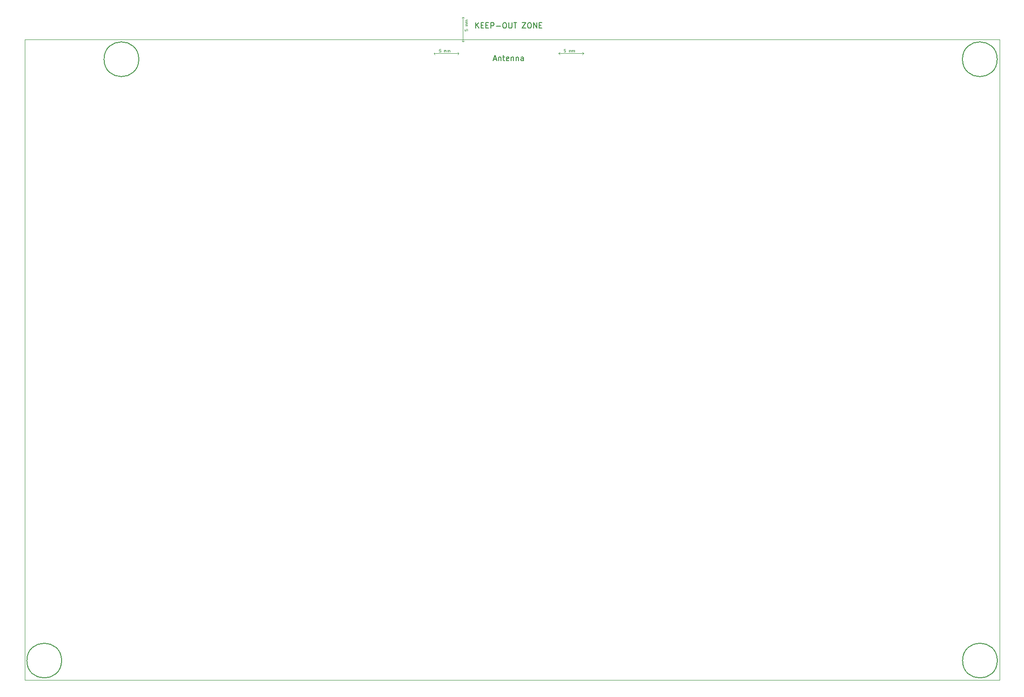
<source format=gbr>
G04 #@! TF.GenerationSoftware,KiCad,Pcbnew,(5.99.0-11749-g6427197962)*
G04 #@! TF.CreationDate,2021-09-04T15:49:30+10:00*
G04 #@! TF.ProjectId,Mainboard,4d61696e-626f-4617-9264-2e6b69636164,rev?*
G04 #@! TF.SameCoordinates,Original*
G04 #@! TF.FileFunction,Other,Comment*
%FSLAX46Y46*%
G04 Gerber Fmt 4.6, Leading zero omitted, Abs format (unit mm)*
G04 Created by KiCad (PCBNEW (5.99.0-11749-g6427197962)) date 2021-09-04 15:49:30*
%MOMM*%
%LPD*%
G01*
G04 APERTURE LIST*
G04 #@! TA.AperFunction,Profile*
%ADD10C,0.100000*%
G04 #@! TD*
%ADD11C,0.100000*%
%ADD12C,0.150000*%
G04 APERTURE END LIST*
D10*
X239839000Y-159703000D02*
X60261000Y-159703000D01*
X60261000Y-159703000D02*
X60261000Y-41593000D01*
X60261000Y-41593000D02*
X239839000Y-41593000D01*
X239839000Y-41593000D02*
X239839000Y-159703000D01*
D11*
G04 #@! TO.C,U1*
X141341190Y-39682095D02*
X141341190Y-39920190D01*
X141579285Y-39944000D01*
X141555476Y-39920190D01*
X141531666Y-39872571D01*
X141531666Y-39753523D01*
X141555476Y-39705904D01*
X141579285Y-39682095D01*
X141626904Y-39658285D01*
X141745952Y-39658285D01*
X141793571Y-39682095D01*
X141817380Y-39705904D01*
X141841190Y-39753523D01*
X141841190Y-39872571D01*
X141817380Y-39920190D01*
X141793571Y-39944000D01*
X141841190Y-39063047D02*
X141507857Y-39063047D01*
X141555476Y-39063047D02*
X141531666Y-39039238D01*
X141507857Y-38991619D01*
X141507857Y-38920190D01*
X141531666Y-38872571D01*
X141579285Y-38848761D01*
X141841190Y-38848761D01*
X141579285Y-38848761D02*
X141531666Y-38824952D01*
X141507857Y-38777333D01*
X141507857Y-38705904D01*
X141531666Y-38658285D01*
X141579285Y-38634476D01*
X141841190Y-38634476D01*
X141841190Y-38396380D02*
X141507857Y-38396380D01*
X141555476Y-38396380D02*
X141531666Y-38372571D01*
X141507857Y-38324952D01*
X141507857Y-38253523D01*
X141531666Y-38205904D01*
X141579285Y-38182095D01*
X141841190Y-38182095D01*
X141579285Y-38182095D02*
X141531666Y-38158285D01*
X141507857Y-38110666D01*
X141507857Y-38039238D01*
X141531666Y-37991619D01*
X141579285Y-37967809D01*
X141841190Y-37967809D01*
D12*
X143343571Y-39471380D02*
X143343571Y-38471380D01*
X143915000Y-39471380D02*
X143486428Y-38899952D01*
X143915000Y-38471380D02*
X143343571Y-39042809D01*
X144343571Y-38947571D02*
X144676904Y-38947571D01*
X144819761Y-39471380D02*
X144343571Y-39471380D01*
X144343571Y-38471380D01*
X144819761Y-38471380D01*
X145248333Y-38947571D02*
X145581666Y-38947571D01*
X145724523Y-39471380D02*
X145248333Y-39471380D01*
X145248333Y-38471380D01*
X145724523Y-38471380D01*
X146153095Y-39471380D02*
X146153095Y-38471380D01*
X146534047Y-38471380D01*
X146629285Y-38519000D01*
X146676904Y-38566619D01*
X146724523Y-38661857D01*
X146724523Y-38804714D01*
X146676904Y-38899952D01*
X146629285Y-38947571D01*
X146534047Y-38995190D01*
X146153095Y-38995190D01*
X147153095Y-39090428D02*
X147915000Y-39090428D01*
X148581666Y-38471380D02*
X148772142Y-38471380D01*
X148867380Y-38519000D01*
X148962619Y-38614238D01*
X149010238Y-38804714D01*
X149010238Y-39138047D01*
X148962619Y-39328523D01*
X148867380Y-39423761D01*
X148772142Y-39471380D01*
X148581666Y-39471380D01*
X148486428Y-39423761D01*
X148391190Y-39328523D01*
X148343571Y-39138047D01*
X148343571Y-38804714D01*
X148391190Y-38614238D01*
X148486428Y-38519000D01*
X148581666Y-38471380D01*
X149438809Y-38471380D02*
X149438809Y-39280904D01*
X149486428Y-39376142D01*
X149534047Y-39423761D01*
X149629285Y-39471380D01*
X149819761Y-39471380D01*
X149915000Y-39423761D01*
X149962619Y-39376142D01*
X150010238Y-39280904D01*
X150010238Y-38471380D01*
X150343571Y-38471380D02*
X150915000Y-38471380D01*
X150629285Y-39471380D02*
X150629285Y-38471380D01*
X151915000Y-38471380D02*
X152581666Y-38471380D01*
X151915000Y-39471380D01*
X152581666Y-39471380D01*
X153153095Y-38471380D02*
X153343571Y-38471380D01*
X153438809Y-38519000D01*
X153534047Y-38614238D01*
X153581666Y-38804714D01*
X153581666Y-39138047D01*
X153534047Y-39328523D01*
X153438809Y-39423761D01*
X153343571Y-39471380D01*
X153153095Y-39471380D01*
X153057857Y-39423761D01*
X152962619Y-39328523D01*
X152915000Y-39138047D01*
X152915000Y-38804714D01*
X152962619Y-38614238D01*
X153057857Y-38519000D01*
X153153095Y-38471380D01*
X154010238Y-39471380D02*
X154010238Y-38471380D01*
X154581666Y-39471380D01*
X154581666Y-38471380D01*
X155057857Y-38947571D02*
X155391190Y-38947571D01*
X155534047Y-39471380D02*
X155057857Y-39471380D01*
X155057857Y-38471380D01*
X155534047Y-38471380D01*
D11*
X159876904Y-43370190D02*
X159638809Y-43370190D01*
X159615000Y-43608285D01*
X159638809Y-43584476D01*
X159686428Y-43560666D01*
X159805476Y-43560666D01*
X159853095Y-43584476D01*
X159876904Y-43608285D01*
X159900714Y-43655904D01*
X159900714Y-43774952D01*
X159876904Y-43822571D01*
X159853095Y-43846380D01*
X159805476Y-43870190D01*
X159686428Y-43870190D01*
X159638809Y-43846380D01*
X159615000Y-43822571D01*
X160495952Y-43870190D02*
X160495952Y-43536857D01*
X160495952Y-43584476D02*
X160519761Y-43560666D01*
X160567380Y-43536857D01*
X160638809Y-43536857D01*
X160686428Y-43560666D01*
X160710238Y-43608285D01*
X160710238Y-43870190D01*
X160710238Y-43608285D02*
X160734047Y-43560666D01*
X160781666Y-43536857D01*
X160853095Y-43536857D01*
X160900714Y-43560666D01*
X160924523Y-43608285D01*
X160924523Y-43870190D01*
X161162619Y-43870190D02*
X161162619Y-43536857D01*
X161162619Y-43584476D02*
X161186428Y-43560666D01*
X161234047Y-43536857D01*
X161305476Y-43536857D01*
X161353095Y-43560666D01*
X161376904Y-43608285D01*
X161376904Y-43870190D01*
X161376904Y-43608285D02*
X161400714Y-43560666D01*
X161448333Y-43536857D01*
X161519761Y-43536857D01*
X161567380Y-43560666D01*
X161591190Y-43608285D01*
X161591190Y-43870190D01*
X136876904Y-43370190D02*
X136638809Y-43370190D01*
X136615000Y-43608285D01*
X136638809Y-43584476D01*
X136686428Y-43560666D01*
X136805476Y-43560666D01*
X136853095Y-43584476D01*
X136876904Y-43608285D01*
X136900714Y-43655904D01*
X136900714Y-43774952D01*
X136876904Y-43822571D01*
X136853095Y-43846380D01*
X136805476Y-43870190D01*
X136686428Y-43870190D01*
X136638809Y-43846380D01*
X136615000Y-43822571D01*
X137495952Y-43870190D02*
X137495952Y-43536857D01*
X137495952Y-43584476D02*
X137519761Y-43560666D01*
X137567380Y-43536857D01*
X137638809Y-43536857D01*
X137686428Y-43560666D01*
X137710238Y-43608285D01*
X137710238Y-43870190D01*
X137710238Y-43608285D02*
X137734047Y-43560666D01*
X137781666Y-43536857D01*
X137853095Y-43536857D01*
X137900714Y-43560666D01*
X137924523Y-43608285D01*
X137924523Y-43870190D01*
X138162619Y-43870190D02*
X138162619Y-43536857D01*
X138162619Y-43584476D02*
X138186428Y-43560666D01*
X138234047Y-43536857D01*
X138305476Y-43536857D01*
X138353095Y-43560666D01*
X138376904Y-43608285D01*
X138376904Y-43870190D01*
X138376904Y-43608285D02*
X138400714Y-43560666D01*
X138448333Y-43536857D01*
X138519761Y-43536857D01*
X138567380Y-43560666D01*
X138591190Y-43608285D01*
X138591190Y-43870190D01*
D12*
X146653095Y-45185666D02*
X147129285Y-45185666D01*
X146557857Y-45471380D02*
X146891190Y-44471380D01*
X147224523Y-45471380D01*
X147557857Y-44804714D02*
X147557857Y-45471380D01*
X147557857Y-44899952D02*
X147605476Y-44852333D01*
X147700714Y-44804714D01*
X147843571Y-44804714D01*
X147938809Y-44852333D01*
X147986428Y-44947571D01*
X147986428Y-45471380D01*
X148319761Y-44804714D02*
X148700714Y-44804714D01*
X148462619Y-44471380D02*
X148462619Y-45328523D01*
X148510238Y-45423761D01*
X148605476Y-45471380D01*
X148700714Y-45471380D01*
X149415000Y-45423761D02*
X149319761Y-45471380D01*
X149129285Y-45471380D01*
X149034047Y-45423761D01*
X148986428Y-45328523D01*
X148986428Y-44947571D01*
X149034047Y-44852333D01*
X149129285Y-44804714D01*
X149319761Y-44804714D01*
X149415000Y-44852333D01*
X149462619Y-44947571D01*
X149462619Y-45042809D01*
X148986428Y-45138047D01*
X149891190Y-44804714D02*
X149891190Y-45471380D01*
X149891190Y-44899952D02*
X149938809Y-44852333D01*
X150034047Y-44804714D01*
X150176904Y-44804714D01*
X150272142Y-44852333D01*
X150319761Y-44947571D01*
X150319761Y-45471380D01*
X150795952Y-44804714D02*
X150795952Y-45471380D01*
X150795952Y-44899952D02*
X150843571Y-44852333D01*
X150938809Y-44804714D01*
X151081666Y-44804714D01*
X151176904Y-44852333D01*
X151224523Y-44947571D01*
X151224523Y-45471380D01*
X152129285Y-45471380D02*
X152129285Y-44947571D01*
X152081666Y-44852333D01*
X151986428Y-44804714D01*
X151795952Y-44804714D01*
X151700714Y-44852333D01*
X152129285Y-45423761D02*
X152034047Y-45471380D01*
X151795952Y-45471380D01*
X151700714Y-45423761D01*
X151653095Y-45328523D01*
X151653095Y-45233285D01*
X151700714Y-45138047D01*
X151795952Y-45090428D01*
X152034047Y-45090428D01*
X152129285Y-45042809D01*
G04 #@! TO.C,H4*
X239438580Y-156095299D02*
G75*
G03*
X239438580Y-156095299I-3200000J0D01*
G01*
G04 #@! TO.C,H1*
X81283422Y-45212000D02*
G75*
G03*
X81283422Y-45212000I-3200000J0D01*
G01*
G04 #@! TO.C,H2*
X239420000Y-45212000D02*
G75*
G03*
X239420000Y-45212000I-3200000J0D01*
G01*
G04 #@! TO.C,H3*
X67064320Y-156096379D02*
G75*
G03*
X67064320Y-156096379I-3200000J0D01*
G01*
D11*
G04 #@! TO.C,U1*
X141015000Y-42019000D02*
X141215000Y-41819000D01*
X141015000Y-37419000D02*
X141215000Y-37619000D01*
X158615000Y-44144000D02*
X158815000Y-44344000D01*
X140215000Y-44144000D02*
X140015000Y-43944000D01*
X141015000Y-42019000D02*
X141015000Y-37419000D01*
X163215000Y-44144000D02*
X163015000Y-44344000D01*
X140215000Y-44144000D02*
X135615000Y-44144000D01*
X163215000Y-44144000D02*
X163015000Y-43944000D01*
X135615000Y-44144000D02*
X135815000Y-43944000D01*
X140215000Y-44144000D02*
X140015000Y-44344000D01*
X135615000Y-44144000D02*
X135815000Y-44344000D01*
X141015000Y-37419000D02*
X140815000Y-37619000D01*
X158615000Y-44144000D02*
X158815000Y-43944000D01*
X141015000Y-42019000D02*
X140815000Y-41819000D01*
X163215000Y-44144000D02*
X158615000Y-44144000D01*
G04 #@! TD*
M02*

</source>
